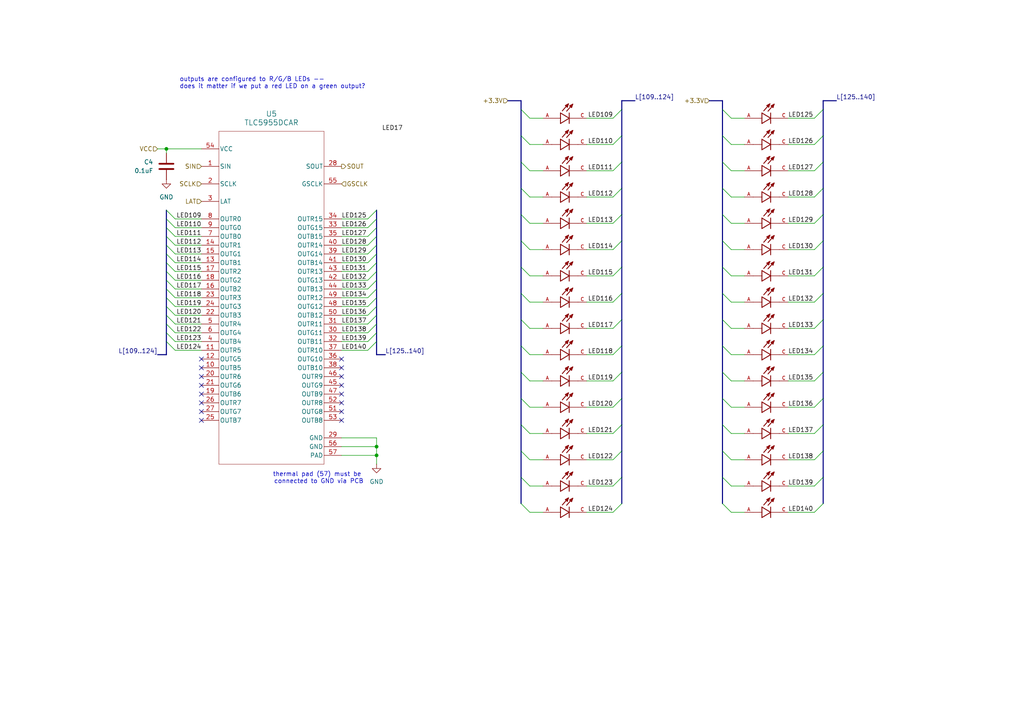
<source format=kicad_sch>
(kicad_sch (version 20231120) (generator "eeschema") (generator_version "8.0")
  (paper "A4")
  (lib_symbols
    (symbol "Device:C" (pin_numbers hide) (pin_names (offset 0.254))
      (property "Reference" "C" (at 0.635 2.54 0))
      (property "Value" "C" (at 0.635 -2.54 0))
      (symbol "C_0_1"
        (polyline (pts (xy -2.032 -0.762) (xy 2.032 -0.762)) (stroke (width 0.508)))
        (polyline (pts (xy -2.032 0.762) (xy 2.032 0.762)) (stroke (width 0.508)))
      )
      (symbol "C_1_1"
        (pin passive line (at 0 3.81 270) (length 2.794) (name "~") (number "1"))
        (pin passive line (at 0 -3.81 90) (length 2.794) (name "~") (number "2"))
      )
    )
    (symbol "LED 0603:LTST-C191KFKT" (pin_names (offset 1.016))
      (property "Reference" "D" (at -3.556 4.4958 0))
      (property "Value" "LTST-C191KFKT" (at -3.556 -3.302 0))
      (symbol "LTST-C191KFKT_0_0"
        (polyline (pts (xy -2.54 -1.524) (xy 0 0)) (stroke (width 0.254)))
        (polyline (pts (xy -2.54 0) (xy -5.08 0)) (stroke (width 0.1524)))
        (polyline (pts (xy -2.54 0) (xy -2.54 -1.524)) (stroke (width 0.254)))
        (polyline (pts (xy -2.54 1.524) (xy -2.54 0)) (stroke (width 0.254)))
        (polyline (pts (xy -1.1176 3.683) (xy -0.2286 4.1656)) (stroke (width 0.254)))
        (polyline (pts (xy -0.9398 3.6068) (xy -0.7112 3.7592)) (stroke (width 0.254)))
        (polyline (pts (xy -0.5588 3.2004) (xy -1.1176 3.683)) (stroke (width 0.254)))
        (polyline (pts (xy -0.5588 3.2004) (xy -0.5334 3.937)) (stroke (width 0.254)))
        (polyline (pts (xy -0.5334 3.937) (xy -0.6604 3.937)) (stroke (width 0.254)))
        (polyline (pts (xy -0.2286 4.1656) (xy -2.0066 2.1336)) (stroke (width 0.254)))
        (polyline (pts (xy -0.2286 4.1656) (xy -0.5588 3.2004)) (stroke (width 0.254)))
        (polyline (pts (xy 0 0) (xy -2.54 1.524)) (stroke (width 0.254)))
        (polyline (pts (xy 0 0) (xy 0 -1.524)) (stroke (width 0.254)))
        (polyline (pts (xy 0 1.524) (xy 0 0)) (stroke (width 0.254)))
        (polyline (pts (xy 0.127 3.5814) (xy 1.016 4.064)) (stroke (width 0.254)))
        (polyline (pts (xy 0.3048 3.5052) (xy 0.5334 3.6576)) (stroke (width 0.254)))
        (polyline (pts (xy 0.6858 3.0988) (xy 0.127 3.5814)) (stroke (width 0.254)))
        (polyline (pts (xy 0.6858 3.0988) (xy 0.7112 3.8354)) (stroke (width 0.254)))
        (polyline (pts (xy 0.7112 3.8354) (xy 0.5842 3.8354)) (stroke (width 0.254)))
        (polyline (pts (xy 1.016 4.064) (xy -0.762 2.032)) (stroke (width 0.254)))
        (polyline (pts (xy 1.016 4.064) (xy 0.6858 3.0988)) (stroke (width 0.254)))
        (polyline (pts (xy 2.54 0) (xy 0 0)) (stroke (width 0.1524)))
        (pin passive line (at -7.62 0 0) (length 2.54) (name "~") (number "A"))
        (pin passive line (at 5.08 0 180) (length 2.54) (name "~") (number "C"))
      )
    )
    (symbol "TLC5955:TLC5955DCAR" (pin_names (offset 0.254))
      (property "Reference" "U" (at 0 2.54 0))
      (property "Value" "TLC5955DCAR" (at 0 0 0))
      (symbol "TLC5955DCAR_0_1"
        (polyline (pts (xy -15.24 -48.26) (xy 15.24 -48.26)) (stroke (width 0.1016)))
        (polyline (pts (xy -15.24 48.26) (xy -15.24 -48.26)) (stroke (width 0.1016)))
        (polyline (pts (xy 15.24 -48.26) (xy 15.24 48.26)) (stroke (width 0.1016)))
        (polyline (pts (xy 15.24 48.26) (xy -15.24 48.26)) (stroke (width 0.1016)))
        (pin input line (at -20.32 38.1 0) (length 5.08) (name "SIN") (number "1"))
        (pin output line (at -20.32 -20.32 0) (length 5.08) (name "OUTB5") (number "10"))
        (pin output line (at -20.32 -15.24 0) (length 5.08) (name "OUTR5") (number "11"))
        (pin output line (at -20.32 -17.78 0) (length 5.08) (name "OUTG5") (number "12"))
        (pin output line (at -20.32 10.16 0) (length 5.08) (name "OUTB1") (number "13"))
        (pin output line (at -20.32 15.24 0) (length 5.08) (name "OUTR1") (number "14"))
        (pin output line (at -20.32 12.7 0) (length 5.08) (name "OUTG1") (number "15"))
        (pin output line (at -20.32 2.54 0) (length 5.08) (name "OUTB2") (number "16"))
        (pin output line (at -20.32 7.62 0) (length 5.08) (name "OUTR2") (number "17"))
        (pin output line (at -20.32 5.08 0) (length 5.08) (name "OUTG2") (number "18"))
        (pin output line (at -20.32 -27.94 0) (length 5.08) (name "OUTB6") (number "19"))
        (pin input line (at -20.32 33.02 0) (length 5.08) (name "SCLK") (number "2"))
        (pin output line (at -20.32 -22.86 0) (length 5.08) (name "OUTR6") (number "20"))
        (pin output line (at -20.32 -25.4 0) (length 5.08) (name "OUTG6") (number "21"))
        (pin output line (at -20.32 -5.08 0) (length 5.08) (name "OUTB3") (number "22"))
        (pin output line (at -20.32 0 0) (length 5.08) (name "OUTR3") (number "23"))
        (pin output line (at -20.32 -2.54 0) (length 5.08) (name "OUTG3") (number "24"))
        (pin output line (at -20.32 -35.56 0) (length 5.08) (name "OUTB7") (number "25"))
        (pin output line (at -20.32 -30.48 0) (length 5.08) (name "OUTR7") (number "26"))
        (pin output line (at -20.32 -33.02 0) (length 5.08) (name "OUTG7") (number "27"))
        (pin output line (at 20.32 38.1 180) (length 5.08) (name "SOUT") (number "28"))
        (pin power_in line (at 20.32 -40.64 180) (length 5.08) (name "GND") (number "29"))
        (pin input line (at -20.32 27.94 0) (length 5.08) (name "LAT") (number "3"))
        (pin output line (at 20.32 -10.16 180) (length 5.08) (name "OUTG11") (number "30"))
        (pin output line (at 20.32 -7.62 180) (length 5.08) (name "OUTR11") (number "31"))
        (pin output line (at 20.32 -12.7 180) (length 5.08) (name "OUTB11") (number "32"))
        (pin output line (at 20.32 20.32 180) (length 5.08) (name "OUTG15") (number "33"))
        (pin output line (at 20.32 22.86 180) (length 5.08) (name "OUTR15") (number "34"))
        (pin output line (at 20.32 17.78 180) (length 5.08) (name "OUTB15") (number "35"))
        (pin output line (at 20.32 -17.78 180) (length 5.08) (name "OUTG10") (number "36"))
        (pin output line (at 20.32 -15.24 180) (length 5.08) (name "OUTR10") (number "37"))
        (pin output line (at 20.32 -20.32 180) (length 5.08) (name "OUTB10") (number "38"))
        (pin output line (at 20.32 12.7 180) (length 5.08) (name "OUTG14") (number "39"))
        (pin output line (at -20.32 -12.7 0) (length 5.08) (name "OUTB4") (number "4"))
        (pin output line (at 20.32 15.24 180) (length 5.08) (name "OUTR14") (number "40"))
        (pin output line (at 20.32 10.16 180) (length 5.08) (name "OUTB14") (number "41"))
        (pin output line (at 20.32 5.08 180) (length 5.08) (name "OUTG13") (number "42"))
        (pin output line (at 20.32 7.62 180) (length 5.08) (name "OUTR13") (number "43"))
        (pin output line (at 20.32 2.54 180) (length 5.08) (name "OUTB13") (number "44"))
        (pin output line (at 20.32 -25.4 180) (length 5.08) (name "OUTG9") (number "45"))
        (pin output line (at 20.32 -22.86 180) (length 5.08) (name "OUTR9") (number "46"))
        (pin output line (at 20.32 -27.94 180) (length 5.08) (name "OUTB9") (number "47"))
        (pin output line (at 20.32 -2.54 180) (length 5.08) (name "OUTG12") (number "48"))
        (pin output line (at 20.32 0 180) (length 5.08) (name "OUTR12") (number "49"))
        (pin output line (at -20.32 -7.62 0) (length 5.08) (name "OUTR4") (number "5"))
        (pin output line (at 20.32 -5.08 180) (length 5.08) (name "OUTB12") (number "50"))
        (pin output line (at 20.32 -33.02 180) (length 5.08) (name "OUTG8") (number "51"))
        (pin output line (at 20.32 -30.48 180) (length 5.08) (name "OUTR8") (number "52"))
        (pin output line (at 20.32 -35.56 180) (length 5.08) (name "OUTB8") (number "53"))
        (pin power_in line (at -20.32 43.18 0) (length 5.08) (name "VCC") (number "54"))
        (pin input line (at 20.32 33.02 180) (length 5.08) (name "GSCLK") (number "55"))
        (pin power_in line (at 20.32 -43.18 180) (length 5.08) (name "GND") (number "56"))
        (pin power_in line (at 20.32 -45.72 180) (length 5.08) (name "PAD") (number "57"))
        (pin output line (at -20.32 -10.16 0) (length 5.08) (name "OUTG4") (number "6"))
        (pin output line (at -20.32 17.78 0) (length 5.08) (name "OUTB0") (number "7"))
        (pin output line (at -20.32 22.86 0) (length 5.08) (name "OUTR0") (number "8"))
        (pin output line (at -20.32 20.32 0) (length 5.08) (name "OUTG0") (number "9"))
      )
    )
    (symbol "power:GND" (power) (pin_numbers hide) (pin_names (offset 0) hide)
      (property "Value" "GND" (at 0 -3.81 0))
      (symbol "GND_0_1"
        (polyline (pts (xy 0 0) (xy 0 -1.27) (xy 1.27 -1.27) (xy 0 -2.54) (xy -1.27 -1.27) (xy 0 -1.27)))
      )
      (symbol "GND_1_1"
        (pin power_in line (at 0 0 270) (length 0) (name "~") (number "1"))
      )
    )
  )
  (junction (at 48.26 43.18))
  (junction (at 109.22 129.54))
  (junction (at 109.22 132.08))
  (no_connect (at 99.06 121.92))
  (no_connect (at 58.42 119.38))
  (no_connect (at 58.42 121.92))
  (no_connect (at 99.06 109.22))
  (no_connect (at 58.42 111.76))
  (no_connect (at 99.06 116.84))
  (no_connect (at 58.42 116.84))
  (no_connect (at 99.06 114.3))
  (no_connect (at 58.42 106.68))
  (no_connect (at 99.06 111.76))
  (no_connect (at 99.06 104.14))
  (no_connect (at 58.42 104.14))
  (no_connect (at 99.06 119.38))
  (no_connect (at 58.42 109.22))
  (no_connect (at 58.42 114.3))
  (no_connect (at 99.06 106.68))
  (bus_entry (at 151.13 39.37) (size 2.54 2.54))
  (bus_entry (at 238.76 146.05) (size -2.54 2.54))
  (bus_entry (at 48.26 66.04) (size 2.54 2.54))
  (bus_entry (at 151.13 77.47) (size 2.54 2.54))
  (bus_entry (at 109.22 93.98) (size -2.54 2.54))
  (bus_entry (at 180.34 100.33) (size -2.54 2.54))
  (bus_entry (at 238.76 130.81) (size -2.54 2.54))
  (bus_entry (at 48.26 71.12) (size 2.54 2.54))
  (bus_entry (at 48.26 73.66) (size 2.54 2.54))
  (bus_entry (at 109.22 83.82) (size -2.54 2.54))
  (bus_entry (at 209.55 92.71) (size 2.54 2.54))
  (bus_entry (at 238.76 69.85) (size -2.54 2.54))
  (bus_entry (at 180.34 115.57) (size -2.54 2.54))
  (bus_entry (at 48.26 91.44) (size 2.54 2.54))
  (bus_entry (at 209.55 138.43) (size 2.54 2.54))
  (bus_entry (at 209.55 100.33) (size 2.54 2.54))
  (bus_entry (at 180.34 31.75) (size -2.54 2.54))
  (bus_entry (at 151.13 123.19) (size 2.54 2.54))
  (bus_entry (at 48.26 83.82) (size 2.54 2.54))
  (bus_entry (at 238.76 138.43) (size -2.54 2.54))
  (bus_entry (at 109.22 99.06) (size -2.54 2.54))
  (bus_entry (at 180.34 46.99) (size -2.54 2.54))
  (bus_entry (at 209.55 115.57) (size 2.54 2.54))
  (bus_entry (at 109.22 91.44) (size -2.54 2.54))
  (bus_entry (at 209.55 146.05) (size 2.54 2.54))
  (bus_entry (at 209.55 69.85) (size 2.54 2.54))
  (bus_entry (at 209.55 39.37) (size 2.54 2.54))
  (bus_entry (at 151.13 130.81) (size 2.54 2.54))
  (bus_entry (at 48.26 68.58) (size 2.54 2.54))
  (bus_entry (at 180.34 85.09) (size -2.54 2.54))
  (bus_entry (at 151.13 138.43) (size 2.54 2.54))
  (bus_entry (at 238.76 62.23) (size -2.54 2.54))
  (bus_entry (at 151.13 146.05) (size 2.54 2.54))
  (bus_entry (at 48.26 99.06) (size 2.54 2.54))
  (bus_entry (at 109.22 86.36) (size -2.54 2.54))
  (bus_entry (at 48.26 86.36) (size 2.54 2.54))
  (bus_entry (at 151.13 54.61) (size 2.54 2.54))
  (bus_entry (at 151.13 85.09) (size 2.54 2.54))
  (bus_entry (at 109.22 88.9) (size -2.54 2.54))
  (bus_entry (at 209.55 123.19) (size 2.54 2.54))
  (bus_entry (at 209.55 54.61) (size 2.54 2.54))
  (bus_entry (at 48.26 88.9) (size 2.54 2.54))
  (bus_entry (at 151.13 46.99) (size 2.54 2.54))
  (bus_entry (at 109.22 63.5) (size -2.54 2.54))
  (bus_entry (at 109.22 60.96) (size -2.54 2.54))
  (bus_entry (at 180.34 92.71) (size -2.54 2.54))
  (bus_entry (at 238.76 54.61) (size -2.54 2.54))
  (bus_entry (at 180.34 69.85) (size -2.54 2.54))
  (bus_entry (at 238.76 39.37) (size -2.54 2.54))
  (bus_entry (at 109.22 78.74) (size -2.54 2.54))
  (bus_entry (at 209.55 46.99) (size 2.54 2.54))
  (bus_entry (at 180.34 123.19) (size -2.54 2.54))
  (bus_entry (at 180.34 62.23) (size -2.54 2.54))
  (bus_entry (at 109.22 76.2) (size -2.54 2.54))
  (bus_entry (at 48.26 60.96) (size 2.54 2.54))
  (bus_entry (at 238.76 92.71) (size -2.54 2.54))
  (bus_entry (at 109.22 66.04) (size -2.54 2.54))
  (bus_entry (at 238.76 46.99) (size -2.54 2.54))
  (bus_entry (at 48.26 93.98) (size 2.54 2.54))
  (bus_entry (at 180.34 107.95) (size -2.54 2.54))
  (bus_entry (at 238.76 115.57) (size -2.54 2.54))
  (bus_entry (at 109.22 73.66) (size -2.54 2.54))
  (bus_entry (at 180.34 54.61) (size -2.54 2.54))
  (bus_entry (at 209.55 85.09) (size 2.54 2.54))
  (bus_entry (at 48.26 81.28) (size 2.54 2.54))
  (bus_entry (at 151.13 31.75) (size 2.54 2.54))
  (bus_entry (at 238.76 77.47) (size -2.54 2.54))
  (bus_entry (at 109.22 81.28) (size -2.54 2.54))
  (bus_entry (at 48.26 96.52) (size 2.54 2.54))
  (bus_entry (at 209.55 107.95) (size 2.54 2.54))
  (bus_entry (at 151.13 100.33) (size 2.54 2.54))
  (bus_entry (at 238.76 85.09) (size -2.54 2.54))
  (bus_entry (at 151.13 115.57) (size 2.54 2.54))
  (bus_entry (at 48.26 63.5) (size 2.54 2.54))
  (bus_entry (at 209.55 77.47) (size 2.54 2.54))
  (bus_entry (at 48.26 78.74) (size 2.54 2.54))
  (bus_entry (at 151.13 107.95) (size 2.54 2.54))
  (bus_entry (at 109.22 71.12) (size -2.54 2.54))
  (bus_entry (at 209.55 130.81) (size 2.54 2.54))
  (bus_entry (at 238.76 100.33) (size -2.54 2.54))
  (bus_entry (at 180.34 146.05) (size -2.54 2.54))
  (bus_entry (at 238.76 107.95) (size -2.54 2.54))
  (bus_entry (at 109.22 96.52) (size -2.54 2.54))
  (bus_entry (at 209.55 62.23) (size 2.54 2.54))
  (bus_entry (at 180.34 77.47) (size -2.54 2.54))
  (bus_entry (at 238.76 31.75) (size -2.54 2.54))
  (bus_entry (at 180.34 138.43) (size -2.54 2.54))
  (bus_entry (at 151.13 69.85) (size 2.54 2.54))
  (bus_entry (at 48.26 76.2) (size 2.54 2.54))
  (bus_entry (at 209.55 31.75) (size 2.54 2.54))
  (bus_entry (at 180.34 39.37) (size -2.54 2.54))
  (bus_entry (at 151.13 62.23) (size 2.54 2.54))
  (bus_entry (at 109.22 68.58) (size -2.54 2.54))
  (bus_entry (at 238.76 123.19) (size -2.54 2.54))
  (bus_entry (at 151.13 92.71) (size 2.54 2.54))
  (bus_entry (at 180.34 130.81) (size -2.54 2.54))
  (bus (pts (xy 48.26 96.52) (xy 48.26 99.06)))
  (bus (pts (xy 109.22 96.52) (xy 109.22 99.06)))
  (bus (pts (xy 109.22 99.06) (xy 109.22 102.87)))
  (wire (pts (xy 153.67 118.11) (xy 157.48 118.11)))
  (bus (pts (xy 209.55 146.05) (xy 209.55 138.43)))
  (bus (pts (xy 180.34 29.21) (xy 184.15 29.21)))
  (bus (pts (xy 48.26 76.2) (xy 48.26 78.74)))
  (wire (pts (xy 170.18 72.39) (xy 177.8 72.39)))
  (wire (pts (xy 50.8 81.28) (xy 58.42 81.28)))
  (wire (pts (xy 212.09 148.59) (xy 215.9 148.59)))
  (wire (pts (xy 50.8 83.82) (xy 58.42 83.82)))
  (bus (pts (xy 48.26 60.96) (xy 48.26 63.5)))
  (bus (pts (xy 180.34 69.85) (xy 180.34 77.47)))
  (bus (pts (xy 209.55 54.61) (xy 209.55 46.99)))
  (bus (pts (xy 48.26 68.58) (xy 48.26 71.12)))
  (bus (pts (xy 238.76 115.57) (xy 238.76 123.19)))
  (wire (pts (xy 170.18 57.15) (xy 177.8 57.15)))
  (bus (pts (xy 109.22 63.5) (xy 109.22 66.04)))
  (wire (pts (xy 228.6 95.25) (xy 236.22 95.25)))
  (wire (pts (xy 212.09 80.01) (xy 215.9 80.01)))
  (wire (pts (xy 99.06 99.06) (xy 106.68 99.06)))
  (bus (pts (xy 209.55 100.33) (xy 209.55 92.71)))
  (bus (pts (xy 151.13 69.85) (xy 151.13 62.23)))
  (wire (pts (xy 50.8 88.9) (xy 58.42 88.9)))
  (bus (pts (xy 109.22 81.28) (xy 109.22 83.82)))
  (wire (pts (xy 212.09 49.53) (xy 215.9 49.53)))
  (bus (pts (xy 209.55 77.47) (xy 209.55 69.85)))
  (bus (pts (xy 109.22 60.96) (xy 109.22 63.5)))
  (wire (pts (xy 170.18 41.91) (xy 177.8 41.91)))
  (wire (pts (xy 99.06 127) (xy 109.22 127)))
  (wire (pts (xy 212.09 125.73) (xy 215.9 125.73)))
  (bus (pts (xy 209.55 92.71) (xy 209.55 85.09)))
  (bus (pts (xy 238.76 39.37) (xy 238.76 46.99)))
  (wire (pts (xy 170.18 49.53) (xy 177.8 49.53)))
  (bus (pts (xy 238.76 123.19) (xy 238.76 130.81)))
  (wire (pts (xy 153.67 148.59) (xy 157.48 148.59)))
  (wire (pts (xy 228.6 80.01) (xy 236.22 80.01)))
  (bus (pts (xy 180.34 107.95) (xy 180.34 115.57)))
  (wire (pts (xy 153.67 133.35) (xy 157.48 133.35)))
  (wire (pts (xy 228.6 140.97) (xy 236.22 140.97)))
  (wire (pts (xy 170.18 110.49) (xy 177.8 110.49)))
  (bus (pts (xy 48.26 93.98) (xy 48.26 96.52)))
  (wire (pts (xy 212.09 72.39) (xy 215.9 72.39)))
  (wire (pts (xy 50.8 71.12) (xy 58.42 71.12)))
  (bus (pts (xy 109.22 68.58) (xy 109.22 71.12)))
  (bus (pts (xy 180.34 130.81) (xy 180.34 138.43)))
  (wire (pts (xy 170.18 80.01) (xy 177.8 80.01)))
  (wire (pts (xy 212.09 34.29) (xy 215.9 34.29)))
  (bus (pts (xy 238.76 54.61) (xy 238.76 62.23)))
  (bus (pts (xy 180.34 138.43) (xy 180.34 146.05)))
  (bus (pts (xy 151.13 39.37) (xy 151.13 31.75)))
  (bus (pts (xy 109.22 71.12) (xy 109.22 73.66)))
  (bus (pts (xy 48.26 91.44) (xy 48.26 93.98)))
  (wire (pts (xy 170.18 140.97) (xy 177.8 140.97)))
  (bus (pts (xy 109.22 93.98) (xy 109.22 96.52)))
  (bus (pts (xy 48.26 99.06) (xy 48.26 102.87)))
  (bus (pts (xy 48.26 88.9) (xy 48.26 91.44)))
  (bus (pts (xy 147.32 29.21) (xy 151.13 29.21)))
  (bus (pts (xy 48.26 63.5) (xy 48.26 66.04)))
  (wire (pts (xy 212.09 87.63) (xy 215.9 87.63)))
  (bus (pts (xy 238.76 62.23) (xy 238.76 69.85)))
  (bus (pts (xy 151.13 115.57) (xy 151.13 107.95)))
  (wire (pts (xy 153.67 41.91) (xy 157.48 41.91)))
  (wire (pts (xy 109.22 127) (xy 109.22 129.54)))
  (wire (pts (xy 99.06 96.52) (xy 106.68 96.52)))
  (bus (pts (xy 151.13 138.43) (xy 151.13 130.81)))
  (wire (pts (xy 50.8 101.6) (xy 58.42 101.6)))
  (bus (pts (xy 48.26 66.04) (xy 48.26 68.58)))
  (bus (pts (xy 151.13 54.61) (xy 151.13 46.99)))
  (bus (pts (xy 151.13 123.19) (xy 151.13 115.57)))
  (wire (pts (xy 99.06 66.04) (xy 106.68 66.04)))
  (wire (pts (xy 153.67 125.73) (xy 157.48 125.73)))
  (wire (pts (xy 228.6 57.15) (xy 236.22 57.15)))
  (bus (pts (xy 151.13 46.99) (xy 151.13 39.37)))
  (bus (pts (xy 151.13 77.47) (xy 151.13 69.85)))
  (wire (pts (xy 228.6 110.49) (xy 236.22 110.49)))
  (wire (pts (xy 153.67 87.63) (xy 157.48 87.63)))
  (bus (pts (xy 151.13 31.75) (xy 151.13 29.21)))
  (wire (pts (xy 228.6 87.63) (xy 236.22 87.63)))
  (wire (pts (xy 228.6 41.91) (xy 236.22 41.91)))
  (wire (pts (xy 170.18 118.11) (xy 177.8 118.11)))
  (bus (pts (xy 180.34 92.71) (xy 180.34 100.33)))
  (bus (pts (xy 45.72 102.87) (xy 48.26 102.87)))
  (bus (pts (xy 238.76 77.47) (xy 238.76 85.09)))
  (wire (pts (xy 153.67 110.49) (xy 157.48 110.49)))
  (wire (pts (xy 170.18 133.35) (xy 177.8 133.35)))
  (wire (pts (xy 99.06 78.74) (xy 106.68 78.74)))
  (bus (pts (xy 48.26 71.12) (xy 48.26 73.66)))
  (bus (pts (xy 151.13 130.81) (xy 151.13 123.19)))
  (wire (pts (xy 99.06 63.5) (xy 106.68 63.5)))
  (wire (pts (xy 170.18 87.63) (xy 177.8 87.63)))
  (bus (pts (xy 48.26 73.66) (xy 48.26 76.2)))
  (bus (pts (xy 151.13 62.23) (xy 151.13 54.61)))
  (wire (pts (xy 50.8 86.36) (xy 58.42 86.36)))
  (bus (pts (xy 238.76 29.21) (xy 242.57 29.21)))
  (wire (pts (xy 50.8 93.98) (xy 58.42 93.98)))
  (bus (pts (xy 238.76 92.71) (xy 238.76 100.33)))
  (bus (pts (xy 209.55 62.23) (xy 209.55 54.61)))
  (bus (pts (xy 209.55 46.99) (xy 209.55 39.37)))
  (bus (pts (xy 109.22 88.9) (xy 109.22 91.44)))
  (bus (pts (xy 151.13 85.09) (xy 151.13 77.47)))
  (wire (pts (xy 99.06 86.36) (xy 106.68 86.36)))
  (wire (pts (xy 50.8 73.66) (xy 58.42 73.66)))
  (wire (pts (xy 228.6 118.11) (xy 236.22 118.11)))
  (wire (pts (xy 50.8 63.5) (xy 58.42 63.5)))
  (wire (pts (xy 153.67 49.53) (xy 157.48 49.53)))
  (bus (pts (xy 238.76 100.33) (xy 238.76 107.95)))
  (bus (pts (xy 151.13 100.33) (xy 151.13 92.71)))
  (bus (pts (xy 48.26 86.36) (xy 48.26 88.9)))
  (bus (pts (xy 180.34 100.33) (xy 180.34 107.95)))
  (bus (pts (xy 109.22 86.36) (xy 109.22 88.9)))
  (bus (pts (xy 48.26 78.74) (xy 48.26 81.28)))
  (bus (pts (xy 180.34 46.99) (xy 180.34 54.61)))
  (wire (pts (xy 99.06 101.6) (xy 106.68 101.6)))
  (bus (pts (xy 209.55 39.37) (xy 209.55 31.75)))
  (bus (pts (xy 238.76 69.85) (xy 238.76 77.47)))
  (wire (pts (xy 50.8 68.58) (xy 58.42 68.58)))
  (bus (pts (xy 238.76 31.75) (xy 238.76 39.37)))
  (wire (pts (xy 153.67 64.77) (xy 157.48 64.77)))
  (wire (pts (xy 228.6 102.87) (xy 236.22 102.87)))
  (bus (pts (xy 109.22 91.44) (xy 109.22 93.98)))
  (wire (pts (xy 99.06 71.12) (xy 106.68 71.12)))
  (wire (pts (xy 228.6 72.39) (xy 236.22 72.39)))
  (bus (pts (xy 209.55 138.43) (xy 209.55 130.81)))
  (bus (pts (xy 209.55 85.09) (xy 209.55 77.47)))
  (bus (pts (xy 209.55 130.81) (xy 209.55 123.19)))
  (wire (pts (xy 99.06 93.98) (xy 106.68 93.98)))
  (bus (pts (xy 238.76 107.95) (xy 238.76 115.57)))
  (wire (pts (xy 228.6 125.73) (xy 236.22 125.73)))
  (bus (pts (xy 209.55 123.19) (xy 209.55 115.57)))
  (wire (pts (xy 109.22 132.08) (xy 109.22 134.62)))
  (wire (pts (xy 170.18 148.59) (xy 177.8 148.59)))
  (wire (pts (xy 212.09 102.87) (xy 215.9 102.87)))
  (wire (pts (xy 153.67 34.29) (xy 157.48 34.29)))
  (wire (pts (xy 50.8 99.06) (xy 58.42 99.06)))
  (wire (pts (xy 212.09 118.11) (xy 215.9 118.11)))
  (bus (pts (xy 151.13 92.71) (xy 151.13 85.09)))
  (wire (pts (xy 212.09 57.15) (xy 215.9 57.15)))
  (bus (pts (xy 180.34 123.19) (xy 180.34 130.81)))
  (bus (pts (xy 180.34 62.23) (xy 180.34 69.85)))
  (bus (pts (xy 48.26 81.28) (xy 48.26 83.82)))
  (bus (pts (xy 48.26 83.82) (xy 48.26 86.36)))
  (wire (pts (xy 228.6 133.35) (xy 236.22 133.35)))
  (bus (pts (xy 151.13 107.95) (xy 151.13 100.33)))
  (wire (pts (xy 99.06 88.9) (xy 106.68 88.9)))
  (bus (pts (xy 111.76 102.87) (xy 109.22 102.87)))
  (wire (pts (xy 228.6 49.53) (xy 236.22 49.53)))
  (wire (pts (xy 99.06 76.2) (xy 106.68 76.2)))
  (bus (pts (xy 109.22 66.04) (xy 109.22 68.58)))
  (wire (pts (xy 48.26 43.18) (xy 48.26 44.45)))
  (bus (pts (xy 180.34 31.75) (xy 180.34 39.37)))
  (bus (pts (xy 209.55 115.57) (xy 209.55 107.95)))
  (bus (pts (xy 180.34 29.21) (xy 180.34 31.75)))
  (bus (pts (xy 180.34 115.57) (xy 180.34 123.19)))
  (wire (pts (xy 99.06 129.54) (xy 109.22 129.54)))
  (wire (pts (xy 170.18 34.29) (xy 177.8 34.29)))
  (wire (pts (xy 50.8 78.74) (xy 58.42 78.74)))
  (wire (pts (xy 170.18 95.25) (xy 177.8 95.25)))
  (wire (pts (xy 50.8 96.52) (xy 58.42 96.52)))
  (bus (pts (xy 109.22 73.66) (xy 109.22 76.2)))
  (bus (pts (xy 109.22 78.74) (xy 109.22 81.28)))
  (wire (pts (xy 153.67 80.01) (xy 157.48 80.01)))
  (bus (pts (xy 238.76 138.43) (xy 238.76 146.05)))
  (bus (pts (xy 238.76 29.21) (xy 238.76 31.75)))
  (wire (pts (xy 50.8 66.04) (xy 58.42 66.04)))
  (wire (pts (xy 153.67 57.15) (xy 157.48 57.15)))
  (wire (pts (xy 99.06 73.66) (xy 106.68 73.66)))
  (bus (pts (xy 238.76 46.99) (xy 238.76 54.61)))
  (wire (pts (xy 212.09 110.49) (xy 215.9 110.49)))
  (wire (pts (xy 99.06 68.58) (xy 106.68 68.58)))
  (wire (pts (xy 48.26 43.18) (xy 58.42 43.18)))
  (bus (pts (xy 180.34 54.61) (xy 180.34 62.23)))
  (wire (pts (xy 228.6 64.77) (xy 236.22 64.77)))
  (bus (pts (xy 151.13 146.05) (xy 151.13 138.43)))
  (bus (pts (xy 209.55 69.85) (xy 209.55 62.23)))
  (wire (pts (xy 228.6 34.29) (xy 236.22 34.29)))
  (wire (pts (xy 170.18 64.77) (xy 177.8 64.77)))
  (wire (pts (xy 99.06 83.82) (xy 106.68 83.82)))
  (wire (pts (xy 153.67 102.87) (xy 157.48 102.87)))
  (wire (pts (xy 99.06 91.44) (xy 106.68 91.44)))
  (wire (pts (xy 170.18 102.87) (xy 177.8 102.87)))
  (wire (pts (xy 153.67 72.39) (xy 157.48 72.39)))
  (wire (pts (xy 153.67 140.97) (xy 157.48 140.97)))
  (bus (pts (xy 205.74 29.21) (xy 209.55 29.21)))
  (wire (pts (xy 212.09 140.97) (xy 215.9 140.97)))
  (bus (pts (xy 180.34 77.47) (xy 180.34 85.09)))
  (bus (pts (xy 180.34 85.09) (xy 180.34 92.71)))
  (bus (pts (xy 180.34 39.37) (xy 180.34 46.99)))
  (bus (pts (xy 238.76 85.09) (xy 238.76 92.71)))
  (bus (pts (xy 209.55 31.75) (xy 209.55 29.21)))
  (wire (pts (xy 228.6 148.59) (xy 236.22 148.59)))
  (bus (pts (xy 238.76 130.81) (xy 238.76 138.43)))
  (wire (pts (xy 170.18 125.73) (xy 177.8 125.73)))
  (bus (pts (xy 109.22 76.2) (xy 109.22 78.74)))
  (wire (pts (xy 99.06 81.28) (xy 106.68 81.28)))
  (bus (pts (xy 209.55 107.95) (xy 209.55 100.33)))
  (bus (pts (xy 109.22 83.82) (xy 109.22 86.36)))
  (wire (pts (xy 109.22 129.54) (xy 109.22 132.08)))
  (wire (pts (xy 99.06 132.08) (xy 109.22 132.08)))
  (wire (pts (xy 212.09 41.91) (xy 215.9 41.91)))
  (wire (pts (xy 212.09 64.77) (xy 215.9 64.77)))
  (wire (pts (xy 50.8 76.2) (xy 58.42 76.2)))
  (wire (pts (xy 153.67 95.25) (xy 157.48 95.25)))
  (wire (pts (xy 212.09 133.35) (xy 215.9 133.35)))
  (wire (pts (xy 212.09 95.25) (xy 215.9 95.25)))
  (wire (pts (xy 45.72 43.18) (xy 48.26 43.18)))
  (wire (pts (xy 50.8 91.44) (xy 58.42 91.44)))
  (text "outputs are configured to R/G/B LEDs -- \ndoes it matter if we put a red LED on a green output?" (at 52.07 24.13 0) (effects (font (size 1.27 1.27)) (justify left)))
  (text "thermal pad (57) must be \nconnected to GND via PCB" (at 92.456 138.684 0) (effects (font (size 1.27 1.27))))
  (label "LED116" (at 177.8 87.63 180))
  (label "L[125..140]" (at 242.57 29.21 0))
  (label "LED130" (at 99.06 76.2 0))
  (label "LED113" (at 177.8 64.77 180))
  (label "LED124" (at 177.8 148.59 180))
  (label "LED115" (at 58.42 78.74 180))
  (label "LED117" (at 58.42 83.82 180))
  (label "LED133" (at 99.06 83.82 0))
  (label "LED119" (at 177.8 110.49 180))
  (label "LED109" (at 58.42 63.5 180))
  (label "LED138" (at 228.6 133.35 0))
  (label "LED139" (at 228.6 140.97 0))
  (label "LED137" (at 228.6 125.73 0))
  (label "LED121" (at 177.8 125.73 180))
  (label "LED126" (at 228.6 41.91 0))
  (label "LED122" (at 177.8 133.35 180))
  (label "LED139" (at 99.06 99.06 0))
  (label "LED118" (at 58.42 86.36 180))
  (label "LED129" (at 99.06 73.66 0))
  (label "LED127" (at 99.06 68.58 0))
  (label "LED116" (at 58.42 81.28 180))
  (label "LED127" (at 228.6 49.53 0))
  (label "LED114" (at 177.8 72.39 180))
  (label "LED113" (at 58.42 73.66 180))
  (label "LED138" (at 99.06 96.52 0))
  (label "LED112" (at 177.8 57.15 180))
  (label "LED125" (at 99.06 63.5 0))
  (label "LED115" (at 177.8 80.01 180))
  (label "LED118" (at 177.8 102.87 180))
  (label "LED125" (at 228.6 34.29 0))
  (label "LED117" (at 177.8 95.25 180))
  (label "LED137" (at 99.06 93.98 0))
  (label "LED112" (at 58.42 71.12 180))
  (label "LED130" (at 228.6 72.39 0))
  (label "L[109..124]" (at 45.72 102.87 180))
  (label "LED136" (at 228.6 118.11 0))
  (label "LED133" (at 228.6 95.25 0))
  (label "LED119" (at 58.42 88.9 180))
  (label "LED132" (at 99.06 81.28 0))
  (label "LED135" (at 228.6 110.49 0))
  (label "LED131" (at 99.06 78.74 0))
  (label "LED111" (at 177.8 49.53 180))
  (label "LED120" (at 177.8 118.11 180))
  (label "LED135" (at 99.06 88.9 0))
  (label "LED129" (at 228.6 64.77 0))
  (label "LED123" (at 177.8 140.97 180))
  (label "LED124" (at 58.42 101.6 180))
  (label "LED110" (at 58.42 66.04 180))
  (label "LED131" (at 228.6 80.01 0))
  (label "LED114" (at 58.42 76.2 180))
  (label "LED140" (at 228.6 148.59 0))
  (label "LED134" (at 99.06 86.36 0))
  (label "LED121" (at 58.42 93.98 180))
  (label "LED120" (at 58.42 91.44 180))
  (label "LED134" (at 228.6 102.87 0))
  (label "LED123" (at 58.42 99.06 180))
  (label "LED140" (at 99.06 101.6 0))
  (label "LED17" (at 116.84 38.1 180))
  (label "LED122" (at 58.42 96.52 180))
  (label "LED109" (at 177.8 34.29 180))
  (label "LED126" (at 99.06 66.04 0))
  (label "LED110" (at 177.8 41.91 180))
  (label "LED136" (at 99.06 91.44 0))
  (label "LED128" (at 99.06 71.12 0))
  (label "LED128" (at 228.6 57.15 0))
  (label "LED132" (at 228.6 87.63 0))
  (label "L[109..124]" (at 184.15 29.21 0))
  (label "L[125..140]" (at 111.76 102.87 0))
  (label "LED111" (at 58.42 68.58 180))
  (hierarchical_label "GSCLK" (shape input) (at 99.06 53.34 0))
  (hierarchical_label "SOUT" (shape output) (at 99.06 48.26 0))
  (hierarchical_label "LAT" (shape input) (at 58.42 58.42 180))
  (hierarchical_label "VCC" (shape input) (at 45.72 43.18 180))
  (hierarchical_label "+3.3V" (shape input) (at 147.32 29.21 180))
  (hierarchical_label "+3.3V" (shape input) (at 205.74 29.21 180))
  (hierarchical_label "SIN" (shape input) (at 58.42 48.26 180))
  (hierarchical_label "SCLK" (shape input) (at 58.42 53.34 180))
  (symbol (lib_id "LED 0603:LTST-C191KFKT") (at 165.1 140.97 0) (unit 1)
    (property "Reference" "D30" (effects (hide yes)))
    (property "Value" "LTST-C191KFKT" (effects (hide yes)))
    (property "Footprint" "LTST-C191KFKT:LEDC1608X55N" (effects (hide yes)))
    (property "PARTREV" "Rev. H" (effects (hide yes)))
    (property "MANUFACTURER" "Lite-On Inc." (effects (hide yes)))
    (property "MAXIMUM_PACKAGE_HEIGHT" "0.65 mm" (effects (hide yes)))
    (property "STANDARD" "IPC-7351B" (effects (hide yes)))
  )
  (symbol (lib_id "LED 0603:LTST-C191KFKT") (at 165.1 125.73 0) (unit 1)
    (property "Reference" "D28" (effects (hide yes)))
    (property "Value" "LTST-C191KFKT" (effects (hide yes)))
    (property "Footprint" "LTST-C191KFKT:LEDC1608X55N" (effects (hide yes)))
    (property "PARTREV" "Rev. H" (effects (hide yes)))
    (property "MANUFACTURER" "Lite-On Inc." (effects (hide yes)))
    (property "MAXIMUM_PACKAGE_HEIGHT" "0.65 mm" (effects (hide yes)))
    (property "STANDARD" "IPC-7351B" (effects (hide yes)))
  )
  (symbol (lib_id "LED 0603:LTST-C191KFKT") (at 165.1 80.01 0) (unit 1)
    (property "Reference" "D7" (effects (hide yes)))
    (property "Value" "LTST-C191KFKT" (effects (hide yes)))
    (property "Footprint" "LTST-C191KFKT:LEDC1608X55N" (effects (hide yes)))
    (property "PARTREV" "Rev. H" (effects (hide yes)))
    (property "MANUFACTURER" "Lite-On Inc." (effects (hide yes)))
    (property "MAXIMUM_PACKAGE_HEIGHT" "0.65 mm" (effects (hide yes)))
    (property "STANDARD" "IPC-7351B" (effects (hide yes)))
  )
  (symbol (lib_id "LED 0603:LTST-C191KFKT") (at 165.1 57.15 0) (unit 1)
    (property "Reference" "D4" (effects (hide yes)))
    (property "Value" "LTST-C191KFKT" (effects (hide yes)))
    (property "Footprint" "LTST-C191KFKT:LEDC1608X55N" (effects (hide yes)))
    (property "PARTREV" "Rev. H" (effects (hide yes)))
    (property "MANUFACTURER" "Lite-On Inc." (effects (hide yes)))
    (property "MAXIMUM_PACKAGE_HEIGHT" "0.65 mm" (effects (hide yes)))
    (property "STANDARD" "IPC-7351B" (effects (hide yes)))
  )
  (symbol (lib_id "LED 0603:LTST-C191KFKT") (at 165.1 34.29 0) (unit 1)
    (property "Reference" "D1" (effects (hide yes)))
    (property "Value" "LTST-C191KFKT" (effects (hide yes)))
    (property "Footprint" "LTST-C191KFKT:LEDC1608X55N" (effects (hide yes)))
    (property "PARTREV" "Rev. H" (effects (hide yes)))
    (property "MANUFACTURER" "Lite-On Inc." (effects (hide yes)))
    (property "MAXIMUM_PACKAGE_HEIGHT" "0.65 mm" (effects (hide yes)))
    (property "STANDARD" "IPC-7351B" (effects (hide yes)))
  )
  (symbol (lib_id "LED 0603:LTST-C191KFKT") (at 223.52 87.63 0) (unit 1)
    (property "Reference" "D89" (effects (hide yes)))
    (property "Value" "LTST-C191KFKT" (effects (hide yes)))
    (property "Footprint" "LTST-C191KFKT:LEDC1608X55N" (effects (hide yes)))
    (property "PARTREV" "Rev. H" (effects (hide yes)))
    (property "MANUFACTURER" "Lite-On Inc." (effects (hide yes)))
    (property "MAXIMUM_PACKAGE_HEIGHT" "0.65 mm" (effects (hide yes)))
    (property "STANDARD" "IPC-7351B" (effects (hide yes)))
  )
  (symbol (lib_id "LED 0603:LTST-C191KFKT") (at 165.1 49.53 0) (unit 1)
    (property "Reference" "D3" (effects (hide yes)))
    (property "Value" "LTST-C191KFKT" (effects (hide yes)))
    (property "Footprint" "LTST-C191KFKT:LEDC1608X55N" (effects (hide yes)))
    (property "PARTREV" "Rev. H" (effects (hide yes)))
    (property "MANUFACTURER" "Lite-On Inc." (effects (hide yes)))
    (property "MAXIMUM_PACKAGE_HEIGHT" "0.65 mm" (effects (hide yes)))
    (property "STANDARD" "IPC-7351B" (effects (hide yes)))
  )
  (symbol (lib_id "LED 0603:LTST-C191KFKT") (at 165.1 148.59 0) (unit 1)
    (property "Reference" "D31" (effects (hide yes)))
    (property "Value" "LTST-C191KFKT" (effects (hide yes)))
    (property "Footprint" "LTST-C191KFKT:LEDC1608X55N" (effects (hide yes)))
    (property "PARTREV" "Rev. H" (effects (hide yes)))
    (property "MANUFACTURER" "Lite-On Inc." (effects (hide yes)))
    (property "MAXIMUM_PACKAGE_HEIGHT" "0.65 mm" (effects (hide yes)))
    (property "STANDARD" "IPC-7351B" (effects (hide yes)))
  )
  (symbol (lib_id "LED 0603:LTST-C191KFKT") (at 223.52 140.97 0) (unit 1)
    (property "Reference" "D107" (effects (hide yes)))
    (property "Value" "LTST-C191KFKT" (effects (hide yes)))
    (property "Footprint" "LTST-C191KFKT:LEDC1608X55N" (effects (hide yes)))
    (property "PARTREV" "Rev. H" (effects (hide yes)))
    (property "MANUFACTURER" "Lite-On Inc." (effects (hide yes)))
    (property "MAXIMUM_PACKAGE_HEIGHT" "0.65 mm" (effects (hide yes)))
    (property "STANDARD" "IPC-7351B" (effects (hide yes)))
  )
  (symbol (lib_id "LED 0603:LTST-C191KFKT") (at 223.52 49.53 0) (unit 1)
    (property "Reference" "D44" (effects (hide yes)))
    (property "Value" "LTST-C191KFKT" (effects (hide yes)))
    (property "Footprint" "LTST-C191KFKT:LEDC1608X55N" (effects (hide yes)))
    (property "PARTREV" "Rev. H" (effects (hide yes)))
    (property "MANUFACTURER" "Lite-On Inc." (effects (hide yes)))
    (property "MAXIMUM_PACKAGE_HEIGHT" "0.65 mm" (effects (hide yes)))
    (property "STANDARD" "IPC-7351B" (effects (hide yes)))
  )
  (symbol (lib_id "LED 0603:LTST-C191KFKT") (at 223.52 80.01 0) (unit 1)
    (property "Reference" "D88" (effects (hide yes)))
    (property "Value" "LTST-C191KFKT" (effects (hide yes)))
    (property "Footprint" "LTST-C191KFKT:LEDC1608X55N" (effects (hide yes)))
    (property "PARTREV" "Rev. H" (effects (hide yes)))
    (property "MANUFACTURER" "Lite-On Inc." (effects (hide yes)))
    (property "MAXIMUM_PACKAGE_HEIGHT" "0.65 mm" (effects (hide yes)))
    (property "STANDARD" "IPC-7351B" (effects (hide yes)))
  )
  (symbol (lib_id "Device:C") (at 48.26 48.26 0) (mirror x) (unit 1)
    (property "Reference" "C4" (at 44.45 46.9899 0) (effects (justify right)))
    (property "Value" "0.1uF" (at 44.45 49.5299 0) (effects (justify right)))
    (property "Description" "Unpolarized capacitor" (effects (hide yes)))
  )
  (symbol (lib_id "power:GND") (at 48.26 52.07 0) (mirror y) (unit 1)
    (property "Reference" "#PWR02" (effects (hide yes)))
    (property "Value" "GND" (at 48.26 57.15 0))
    (property "Description" "Power symbol creates a global label with name \"GND\" , ground" (effects (hide yes)))
  )
  (symbol (lib_id "LED 0603:LTST-C191KFKT") (at 223.52 133.35 0) (unit 1)
    (property "Reference" "D106" (effects (hide yes)))
    (property "Value" "LTST-C191KFKT" (effects (hide yes)))
    (property "Footprint" "LTST-C191KFKT:LEDC1608X55N" (effects (hide yes)))
    (property "PARTREV" "Rev. H" (effects (hide yes)))
    (property "MANUFACTURER" "Lite-On Inc." (effects (hide yes)))
    (property "MAXIMUM_PACKAGE_HEIGHT" "0.65 mm" (effects (hide yes)))
    (property "STANDARD" "IPC-7351B" (effects (hide yes)))
  )
  (symbol (lib_id "LED 0603:LTST-C191KFKT") (at 223.52 34.29 0) (unit 1)
    (property "Reference" "D32" (effects (hide yes)))
    (property "Value" "LTST-C191KFKT" (effects (hide yes)))
    (property "Footprint" "LTST-C191KFKT:LEDC1608X55N" (effects (hide yes)))
    (property "PARTREV" "Rev. H" (effects (hide yes)))
    (property "MANUFACTURER" "Lite-On Inc." (effects (hide yes)))
    (property "MAXIMUM_PACKAGE_HEIGHT" "0.65 mm" (effects (hide yes)))
    (property "STANDARD" "IPC-7351B" (effects (hide yes)))
  )
  (symbol (lib_id "LED 0603:LTST-C191KFKT") (at 223.52 125.73 0) (unit 1)
    (property "Reference" "D105" (effects (hide yes)))
    (property "Value" "LTST-C191KFKT" (effects (hide yes)))
    (property "Footprint" "LTST-C191KFKT:LEDC1608X55N" (effects (hide yes)))
    (property "PARTREV" "Rev. H" (effects (hide yes)))
    (property "MANUFACTURER" "Lite-On Inc." (effects (hide yes)))
    (property "MAXIMUM_PACKAGE_HEIGHT" "0.65 mm" (effects (hide yes)))
    (property "STANDARD" "IPC-7351B" (effects (hide yes)))
  )
  (symbol (lib_id "LED 0603:LTST-C191KFKT") (at 223.52 148.59 0) (unit 1)
    (property "Reference" "D108" (effects (hide yes)))
    (property "Value" "LTST-C191KFKT" (effects (hide yes)))
    (property "Footprint" "LTST-C191KFKT:LEDC1608X55N" (effects (hide yes)))
    (property "PARTREV" "Rev. H" (effects (hide yes)))
    (property "MANUFACTURER" "Lite-On Inc." (effects (hide yes)))
    (property "MAXIMUM_PACKAGE_HEIGHT" "0.65 mm" (effects (hide yes)))
    (property "STANDARD" "IPC-7351B" (effects (hide yes)))
  )
  (symbol (lib_id "power:GND") (at 109.22 134.62 0) (mirror y) (unit 1)
    (property "Reference" "#PWR08" (effects (hide yes)))
    (property "Value" "GND" (at 109.22 139.7 0))
    (property "Description" "Power symbol creates a global label with name \"GND\" , ground" (effects (hide yes)))
  )
  (symbol (lib_id "LED 0603:LTST-C191KFKT") (at 223.52 41.91 0) (unit 1)
    (property "Reference" "D43" (effects (hide yes)))
    (property "Value" "LTST-C191KFKT" (effects (hide yes)))
    (property "Footprint" "LTST-C191KFKT:LEDC1608X55N" (effects (hide yes)))
    (property "PARTREV" "Rev. H" (effects (hide yes)))
    (property "MANUFACTURER" "Lite-On Inc." (effects (hide yes)))
    (property "MAXIMUM_PACKAGE_HEIGHT" "0.65 mm" (effects (hide yes)))
    (property "STANDARD" "IPC-7351B" (effects (hide yes)))
  )
  (symbol (lib_id "LED 0603:LTST-C191KFKT") (at 223.52 110.49 0) (unit 1)
    (property "Reference" "D103" (effects (hide yes)))
    (property "Value" "LTST-C191KFKT" (effects (hide yes)))
    (property "Footprint" "LTST-C191KFKT:LEDC1608X55N" (effects (hide yes)))
    (property "PARTREV" "Rev. H" (effects (hide yes)))
    (property "MANUFACTURER" "Lite-On Inc." (effects (hide yes)))
    (property "MAXIMUM_PACKAGE_HEIGHT" "0.65 mm" (effects (hide yes)))
    (property "STANDARD" "IPC-7351B" (effects (hide yes)))
  )
  (symbol (lib_id "LED 0603:LTST-C191KFKT") (at 223.52 72.39 0) (unit 1)
    (property "Reference" "D47" (effects (hide yes)))
    (property "Value" "LTST-C191KFKT" (effects (hide yes)))
    (property "Footprint" "LTST-C191KFKT:LEDC1608X55N" (effects (hide yes)))
    (property "PARTREV" "Rev. H" (effects (hide yes)))
    (property "MANUFACTURER" "Lite-On Inc." (effects (hide yes)))
    (property "MAXIMUM_PACKAGE_HEIGHT" "0.65 mm" (effects (hide yes)))
    (property "STANDARD" "IPC-7351B" (effects (hide yes)))
  )
  (symbol (lib_id "LED 0603:LTST-C191KFKT") (at 165.1 102.87 0) (unit 1)
    (property "Reference" "D10" (effects (hide yes)))
    (property "Value" "LTST-C191KFKT" (effects (hide yes)))
    (property "Footprint" "LTST-C191KFKT:LEDC1608X55N" (effects (hide yes)))
    (property "PARTREV" "Rev. H" (effects (hide yes)))
    (property "MANUFACTURER" "Lite-On Inc." (effects (hide yes)))
    (property "MAXIMUM_PACKAGE_HEIGHT" "0.65 mm" (effects (hide yes)))
    (property "STANDARD" "IPC-7351B" (effects (hide yes)))
  )
  (symbol (lib_id "LED 0603:LTST-C191KFKT") (at 165.1 118.11 0) (unit 1)
    (property "Reference" "D27" (effects (hide yes)))
    (property "Value" "LTST-C191KFKT" (effects (hide yes)))
    (property "Footprint" "LTST-C191KFKT:LEDC1608X55N" (effects (hide yes)))
    (property "PARTREV" "Rev. H" (effects (hide yes)))
    (property "MANUFACTURER" "Lite-On Inc." (effects (hide yes)))
    (property "MAXIMUM_PACKAGE_HEIGHT" "0.65 mm" (effects (hide yes)))
    (property "STANDARD" "IPC-7351B" (effects (hide yes)))
  )
  (symbol (lib_id "LED 0603:LTST-C191KFKT") (at 223.52 64.77 0) (unit 1)
    (property "Reference" "D46" (effects (hide yes)))
    (property "Value" "LTST-C191KFKT" (effects (hide yes)))
    (property "Footprint" "LTST-C191KFKT:LEDC1608X55N" (effects (hide yes)))
    (property "PARTREV" "Rev. H" (effects (hide yes)))
    (property "MANUFACTURER" "Lite-On Inc." (effects (hide yes)))
    (property "MAXIMUM_PACKAGE_HEIGHT" "0.65 mm" (effects (hide yes)))
    (property "STANDARD" "IPC-7351B" (effects (hide yes)))
  )
  (symbol (lib_id "LED 0603:LTST-C191KFKT") (at 165.1 133.35 0) (unit 1)
    (property "Reference" "D29" (effects (hide yes)))
    (property "Value" "LTST-C191KFKT" (effects (hide yes)))
    (property "Footprint" "LTST-C191KFKT:LEDC1608X55N" (effects (hide yes)))
    (property "PARTREV" "Rev. H" (effects (hide yes)))
    (property "MANUFACTURER" "Lite-On Inc." (effects (hide yes)))
    (property "MAXIMUM_PACKAGE_HEIGHT" "0.65 mm" (effects (hide yes)))
    (property "STANDARD" "IPC-7351B" (effects (hide yes)))
  )
  (symbol (lib_id "LED 0603:LTST-C191KFKT") (at 165.1 64.77 0) (unit 1)
    (property "Reference" "D5" (effects (hide yes)))
    (property "Value" "LTST-C191KFKT" (effects (hide yes)))
    (property "Footprint" "LTST-C191KFKT:LEDC1608X55N" (effects (hide yes)))
    (property "PARTREV" "Rev. H" (effects (hide yes)))
    (property "MANUFACTURER" "Lite-On Inc." (effects (hide yes)))
    (property "MAXIMUM_PACKAGE_HEIGHT" "0.65 mm" (effects (hide yes)))
    (property "STANDARD" "IPC-7351B" (effects (hide yes)))
  )
  (symbol (lib_id "LED 0603:LTST-C191KFKT") (at 223.52 102.87 0) (unit 1)
    (property "Reference" "D102" (effects (hide yes)))
    (property "Value" "LTST-C191KFKT" (effects (hide yes)))
    (property "Footprint" "LTST-C191KFKT:LEDC1608X55N" (effects (hide yes)))
    (property "PARTREV" "Rev. H" (effects (hide yes)))
    (property "MANUFACTURER" "Lite-On Inc." (effects (hide yes)))
    (property "MAXIMUM_PACKAGE_HEIGHT" "0.65 mm" (effects (hide yes)))
    (property "STANDARD" "IPC-7351B" (effects (hide yes)))
  )
  (symbol (lib_id "TLC5955:TLC5955DCAR") (at 78.74 86.36 0) (unit 1)
    (property "Reference" "U5" (at 78.74 33.02 0) (effects (font (size 1.524 1.524))))
    (property "Value" "TLC5955DCAR" (at 78.74 35.56 0) (effects (font (size 1.524 1.524))))
    (property "Footprint" "DCA0056F_N" (effects (hide yes)))
    (property "Datasheet" "TLC5955DCAR" (effects (hide yes)))
  )
  (symbol (lib_id "LED 0603:LTST-C191KFKT") (at 165.1 95.25 0) (unit 1)
    (property "Reference" "D9" (effects (hide yes)))
    (property "Value" "LTST-C191KFKT" (effects (hide yes)))
    (property "Footprint" "LTST-C191KFKT:LEDC1608X55N" (effects (hide yes)))
    (property "PARTREV" "Rev. H" (effects (hide yes)))
    (property "MANUFACTURER" "Lite-On Inc." (effects (hide yes)))
    (property "MAXIMUM_PACKAGE_HEIGHT" "0.65 mm" (effects (hide yes)))
    (property "STANDARD" "IPC-7351B" (effects (hide yes)))
  )
  (symbol (lib_id "LED 0603:LTST-C191KFKT") (at 165.1 41.91 0) (unit 1)
    (property "Reference" "D2" (effects (hide yes)))
    (property "Value" "LTST-C191KFKT" (effects (hide yes)))
    (property "Footprint" "LTST-C191KFKT:LEDC1608X55N" (effects (hide yes)))
    (property "PARTREV" "Rev. H" (effects (hide yes)))
    (property "MANUFACTURER" "Lite-On Inc." (effects (hide yes)))
    (property "MAXIMUM_PACKAGE_HEIGHT" "0.65 mm" (effects (hide yes)))
    (property "STANDARD" "IPC-7351B" (effects (hide yes)))
  )
  (symbol (lib_id "LED 0603:LTST-C191KFKT") (at 165.1 72.39 0) (unit 1)
    (property "Reference" "D6" (effects (hide yes)))
    (property "Value" "LTST-C191KFKT" (effects (hide yes)))
    (property "Footprint" "LTST-C191KFKT:LEDC1608X55N" (effects (hide yes)))
    (property "PARTREV" "Rev. H" (effects (hide yes)))
    (property "MANUFACTURER" "Lite-On Inc." (effects (hide yes)))
    (property "MAXIMUM_PACKAGE_HEIGHT" "0.65 mm" (effects (hide yes)))
    (property "STANDARD" "IPC-7351B" (effects (hide yes)))
  )
  (symbol (lib_id "LED 0603:LTST-C191KFKT") (at 223.52 95.25 0) (unit 1)
    (property "Reference" "D101" (effects (hide yes)))
    (property "Value" "LTST-C191KFKT" (effects (hide yes)))
    (property "Footprint" "LTST-C191KFKT:LEDC1608X55N" (effects (hide yes)))
    (property "PARTREV" "Rev. H" (effects (hide yes)))
    (property "MANUFACTURER" "Lite-On Inc." (effects (hide yes)))
    (property "MAXIMUM_PACKAGE_HEIGHT" "0.65 mm" (effects (hide yes)))
    (property "STANDARD" "IPC-7351B" (effects (hide yes)))
  )
  (symbol (lib_id "LED 0603:LTST-C191KFKT") (at 223.52 118.11 0) (unit 1)
    (property "Reference" "D104" (effects (hide yes)))
    (property "Value" "LTST-C191KFKT" (effects (hide yes)))
    (property "Footprint" "LTST-C191KFKT:LEDC1608X55N" (effects (hide yes)))
    (property "PARTREV" "Rev. H" (effects (hide yes)))
    (property "MANUFACTURER" "Lite-On Inc." (effects (hide yes)))
    (property "MAXIMUM_PACKAGE_HEIGHT" "0.65 mm" (effects (hide yes)))
    (property "STANDARD" "IPC-7351B" (effects (hide yes)))
  )
  (symbol (lib_id "LED 0603:LTST-C191KFKT") (at 165.1 110.49 0) (unit 1)
    (property "Reference" "D11" (effects (hide yes)))
    (property "Value" "LTST-C191KFKT" (effects (hide yes)))
    (property "Footprint" "LTST-C191KFKT:LEDC1608X55N" (effects (hide yes)))
    (property "PARTREV" "Rev. H" (effects (hide yes)))
    (property "MANUFACTURER" "Lite-On Inc." (effects (hide yes)))
    (property "MAXIMUM_PACKAGE_HEIGHT" "0.65 mm" (effects (hide yes)))
    (property "STANDARD" "IPC-7351B" (effects (hide yes)))
  )
  (symbol (lib_id "LED 0603:LTST-C191KFKT") (at 165.1 87.63 0) (unit 1)
    (property "Reference" "D8" (effects (hide yes)))
    (property "Value" "LTST-C191KFKT" (effects (hide yes)))
    (property "Footprint" "LTST-C191KFKT:LEDC1608X55N" (effects (hide yes)))
    (property "PARTREV" "Rev. H" (effects (hide yes)))
    (property "MANUFACTURER" "Lite-On Inc." (effects (hide yes)))
    (property "MAXIMUM_PACKAGE_HEIGHT" "0.65 mm" (effects (hide yes)))
    (property "STANDARD" "IPC-7351B" (effects (hide yes)))
  )
  (symbol (lib_id "LED 0603:LTST-C191KFKT") (at 223.52 57.15 0) (unit 1)
    (property "Reference" "D45" (effects (hide yes)))
    (property "Value" "LTST-C191KFKT" (effects (hide yes)))
    (property "Footprint" "LTST-C191KFKT:LEDC1608X55N" (effects (hide yes)))
    (property "PARTREV" "Rev. H" (effects (hide yes)))
    (property "MANUFACTURER" "Lite-On Inc." (effects (hide yes)))
    (property "MAXIMUM_PACKAGE_HEIGHT" "0.65 mm" (effects (hide yes)))
    (property "STANDARD" "IPC-7351B" (effects (hide yes)))
  )
)
</source>
